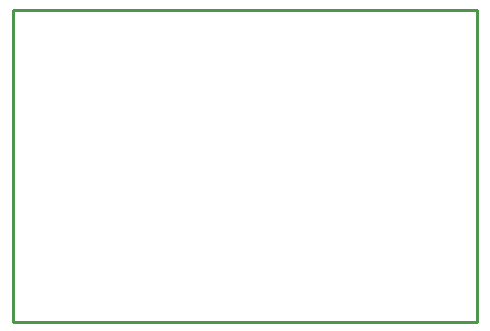
<source format=gbr>
G04 start of page 4 for group 2 idx 1 *
G04 Title: (unknown), outline *
G04 Creator: pcb 20110918 *
G04 CreationDate: mar 22 dic 2015 20:03:52 GMT UTC *
G04 For: paolo *
G04 Format: Gerber/RS-274X *
G04 PCB-Dimensions: 155000 102500 *
G04 PCB-Coordinate-Origin: lower left *
%MOIN*%
%FSLAX25Y25*%
%LNOUTLINE*%
%ADD178C,0.0100*%
G54D178*X0Y102500D02*Y-1500D01*
X154500D01*
Y102500D01*
X0D01*
M02*

</source>
